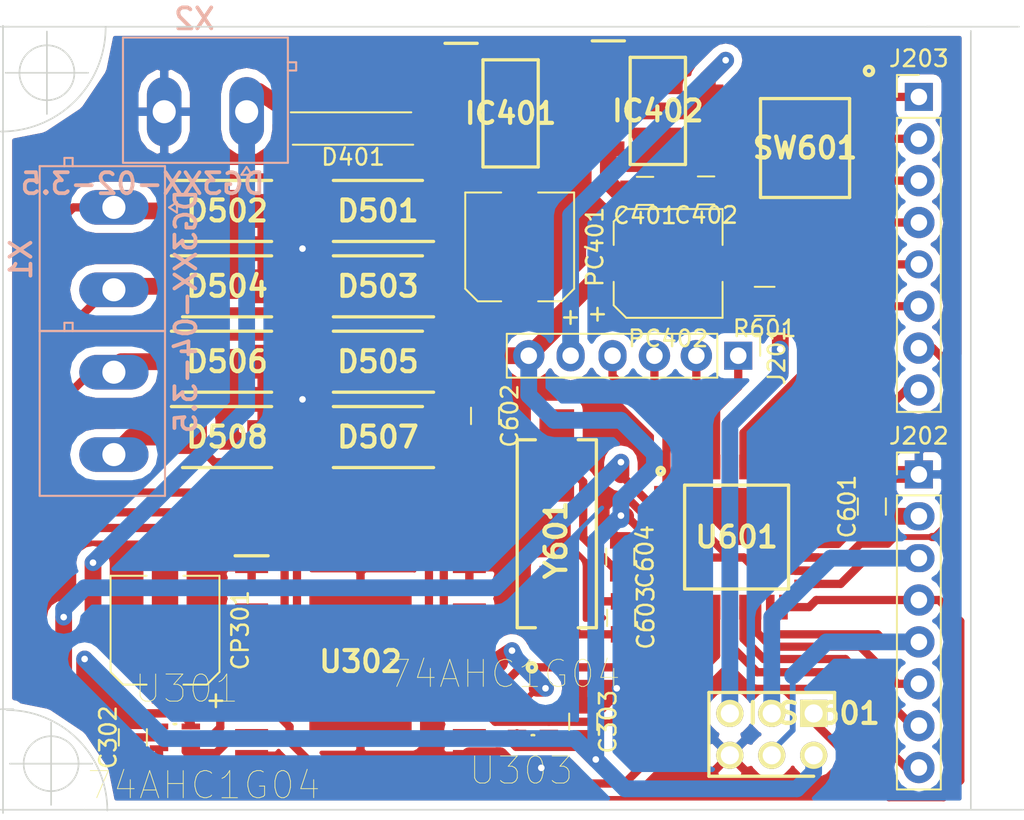
<source format=kicad_pcb>
(kicad_pcb (version 4) (host pcbnew 4.0.7-e2-6376~58~ubuntu16.04.1)
  (layers (0 F.Cu signal) (31 B.Cu signal) (34 B.Paste user) (35 F.Paste user) (36 B.SilkS user) (37 F.SilkS user) (38 B.Mask user) (39 F.Mask user) (44 Edge.Cuts user))
  (net 0 "")
  (net 1 /L298_Driver./PWRIN)
  (net 2 GND)
  (net 3 +5V)
  (net 4 /Headers/+3V3)
  (net 5 /ATMEGA328P/AREF)
  (net 6 /L298_Driver./OUT1)
  (net 7 /L298_Driver./OUT2)
  (net 8 /L298_Driver./OUT3)
  (net 9 328P_ICSP_MISO)
  (net 10 328P_ICSP_SCK)
  (net 11 328P_ICSP_MOSI)
  (net 12 /ATMEGA328P/SS)
  (net 13 /ATMEGA328P/IO9)
  (net 14 /ATMEGA328P/IO8)
  (net 15 /ATMEGA328P/AD7)
  (net 16 /ATMEGA328P/AD6)
  (net 17 /ATMEGA328P/AD5)
  (net 18 /ATMEGA328P/AD4)
  (net 19 /ATMEGA328P/AD3)
  (net 20 /ATMEGA328P/AD2)
  (net 21 /ATMEGA328P/AD1)
  (net 22 /ATMEGA328P/AD0)
  (net 23 /ATMEGA328P/PWMA)
  (net 24 /ATMEGA328P/IO2)
  (net 25 /ATMEGA328P/IO1)
  (net 26 /ATMEGA328P/IO0)
  (net 27 "Net-(U301-Pad4)")
  (net 28 "Net-(U302-Pad3)")
  (net 29 "Net-(U302-Pad15)")
  (net 30 "Net-(U302-Pad18)")
  (net 31 /L298_Driver./OUT4)
  (net 32 "Net-(C603-Pad2)")
  (net 33 "Net-(C604-Pad2)")
  (net 34 "Net-(D401-Pad1)")
  (net 35 "Net-(ICSP601-Pad5)")
  (net 36 /ATMEGA328P/IO3)
  (net 37 /ATMEGA328P/DIRA)
  (net 38 /ATMEGA328P/DIRB)
  (net 39 "Net-(SW601-Pad2)")
  (net 40 /ATMEGA328P/PWMB)
  (module M20-9980346:HDRV6W64P254_2X3_762X508X868P (layer F.Cu) (at 190.432 134.169 180)
    (fp_text reference ICSP601 (at 0 0 180) (layer F.SilkS) (effects (font (size 1.27 1.27) (thickness 0.254))))
    (fp_text value M20-9980346 hide)
    (pad 1 thru_hole rect (at 0 0 270) (size 1.65 1.65) (drill 1.1) (layers *.Cu *.Mask F.SilkS) (net 9 328P_ICSP_MISO))
    (pad 3 thru_hole circle (at 2.54 0 270) (size 1.65 1.65) (drill 1.1) (layers *.Cu *.Mask F.SilkS) (net 10 328P_ICSP_SCK))
    (pad 5 thru_hole circle (at 5.08 0 270) (size 1.65 1.65) (drill 1.1) (layers *.Cu *.Mask F.SilkS) (net 35 "Net-(ICSP601-Pad5)"))
    (pad 2 thru_hole circle (at 0 -2.54 270) (size 1.65 1.65) (drill 1.1) (layers *.Cu *.Mask F.SilkS) (net 3 +5V))
    (pad 4 thru_hole circle (at 2.54 -2.54 270) (size 1.65 1.65) (drill 1.1) (layers *.Cu *.Mask F.SilkS) (net 11 328P_ICSP_MOSI))
    (pad 6 thru_hole circle (at 5.08 -2.54 270) (size 1.65 1.65) (drill 1.1) (layers *.Cu *.Mask F.SilkS) (net 2 GND))
  )
  (module ATMEGA328P-AU:QFP80P900X900X120-32N (layer F.Cu) (at 185.76 123.471)
    (fp_text reference U601 (at 0 0) (layer F.SilkS) (effects (font (size 1.27 1.27) (thickness 0.254))))
    (fp_text value ATMEGA328P-MU20 hide)
    (pad 1 smd rect (at -4.25 -2.84 90) (size 0.52 1.5) (layers F.Cu F.Paste F.Mask) (net 36 /ATMEGA328P/IO3))
    (pad 2 smd rect (at -4.25 -2.04 90) (size 0.52 1.5) (layers F.Cu F.Paste F.Mask) (net 37 /ATMEGA328P/DIRA))
    (pad 3 smd rect (at -4.25 -1.24 90) (size 0.52 1.5) (layers F.Cu F.Paste F.Mask) (net 2 GND))
    (pad 4 smd rect (at -4.25 -0.42 90) (size 0.52 1.5) (layers F.Cu F.Paste F.Mask) (net 3 +5V))
    (pad 5 smd rect (at -4.25 0.42 90) (size 0.52 1.5) (layers F.Cu F.Paste F.Mask) (net 2 GND))
    (pad 6 smd rect (at -4.25 1.24 90) (size 0.52 1.5) (layers F.Cu F.Paste F.Mask) (net 3 +5V))
    (pad 7 smd rect (at -4.25 2.04 90) (size 0.52 1.5) (layers F.Cu F.Paste F.Mask) (net 33 "Net-(C604-Pad2)"))
    (pad 8 smd rect (at -4.25 2.84 90) (size 0.52 1.5) (layers F.Cu F.Paste F.Mask) (net 32 "Net-(C603-Pad2)"))
    (pad 9 smd rect (at -2.84 4.25) (size 0.52 1.5) (layers F.Cu F.Paste F.Mask) (net 40 /ATMEGA328P/PWMB))
    (pad 10 smd rect (at -2.04 4.25) (size 0.52 1.5) (layers F.Cu F.Paste F.Mask) (net 38 /ATMEGA328P/DIRB))
    (pad 11 smd rect (at -1.24 4.25) (size 0.52 1.5) (layers F.Cu F.Paste F.Mask) (net 23 /ATMEGA328P/PWMA))
    (pad 12 smd rect (at -0.42 4.25) (size 0.52 1.5) (layers F.Cu F.Paste F.Mask) (net 14 /ATMEGA328P/IO8))
    (pad 13 smd rect (at 0.42 4.25) (size 0.52 1.5) (layers F.Cu F.Paste F.Mask) (net 13 /ATMEGA328P/IO9))
    (pad 14 smd rect (at 1.24 4.25) (size 0.52 1.5) (layers F.Cu F.Paste F.Mask) (net 12 /ATMEGA328P/SS))
    (pad 15 smd rect (at 2.04 4.25) (size 0.52 1.5) (layers F.Cu F.Paste F.Mask) (net 11 328P_ICSP_MOSI))
    (pad 16 smd rect (at 2.84 4.25) (size 0.52 1.5) (layers F.Cu F.Paste F.Mask) (net 9 328P_ICSP_MISO))
    (pad 17 smd rect (at 4.25 2.84 90) (size 0.52 1.5) (layers F.Cu F.Paste F.Mask) (net 10 328P_ICSP_SCK))
    (pad 18 smd rect (at 4.25 2.04 90) (size 0.52 1.5) (layers F.Cu F.Paste F.Mask) (net 3 +5V))
    (pad 19 smd rect (at 4.25 1.24 90) (size 0.52 1.5) (layers F.Cu F.Paste F.Mask) (net 16 /ATMEGA328P/AD6))
    (pad 20 smd rect (at 4.25 0.42 90) (size 0.52 1.5) (layers F.Cu F.Paste F.Mask) (net 5 /ATMEGA328P/AREF))
    (pad 21 smd rect (at 4.25 -0.42 90) (size 0.52 1.5) (layers F.Cu F.Paste F.Mask) (net 2 GND))
    (pad 22 smd rect (at 4.25 -1.24 90) (size 0.52 1.5) (layers F.Cu F.Paste F.Mask) (net 15 /ATMEGA328P/AD7))
    (pad 23 smd rect (at 4.25 -2.04 90) (size 0.52 1.5) (layers F.Cu F.Paste F.Mask) (net 22 /ATMEGA328P/AD0))
    (pad 24 smd rect (at 4.25 -2.84 90) (size 0.52 1.5) (layers F.Cu F.Paste F.Mask) (net 21 /ATMEGA328P/AD1))
    (pad 25 smd rect (at 2.84 -4.25) (size 0.52 1.5) (layers F.Cu F.Paste F.Mask) (net 20 /ATMEGA328P/AD2))
    (pad 26 smd rect (at 2.04 -4.25) (size 0.52 1.5) (layers F.Cu F.Paste F.Mask) (net 19 /ATMEGA328P/AD3))
    (pad 27 smd rect (at 1.24 -4.25) (size 0.52 1.5) (layers F.Cu F.Paste F.Mask) (net 18 /ATMEGA328P/AD4))
    (pad 28 smd rect (at 0.42 -4.25) (size 0.52 1.5) (layers F.Cu F.Paste F.Mask) (net 17 /ATMEGA328P/AD5))
    (pad 29 smd rect (at -0.42 -4.25) (size 0.52 1.5) (layers F.Cu F.Paste F.Mask) (net 35 "Net-(ICSP601-Pad5)"))
    (pad 30 smd rect (at -1.24 -4.25) (size 0.52 1.5) (layers F.Cu F.Paste F.Mask) (net 26 /ATMEGA328P/IO0))
    (pad 31 smd rect (at -2.04 -4.25) (size 0.52 1.5) (layers F.Cu F.Paste F.Mask) (net 25 /ATMEGA328P/IO1))
    (pad 32 smd rect (at -2.84 -4.25) (size 0.52 1.5) (layers F.Cu F.Paste F.Mask) (net 24 /ATMEGA328P/IO2))
  )
  (module Diodes_SMD:D_MiniMELF_Handsoldering (layer F.Cu) (at 162.51 98.671 180)
    (fp_text reference D401 (at 0 -1.75 180) (layer F.SilkS))
    (fp_text value D)
    (pad 1 smd rect (at -2.32664 -0.01524 180) (size 3.3 1.7) (layers F.Cu F.Paste F.Mask) (net 34 "Net-(D401-Pad1)"))
    (pad 2 smd rect (at 2.3622 -0.03048 180) (size 3.3 1.7) (layers F.Cu F.Paste F.Mask) (net 1 /L298_Driver./PWRIN))
  )
  (module Socket_Strips:Socket_Strip_Straight_1x08_Pitch2.54mm (layer F.Cu) (at 196.81 119.671)
    (fp_text reference J202 (at 0 -2.33) (layer F.SilkS))
    (fp_text value digital/gnd/aref)
    (pad 1 thru_hole rect (at 0 0) (size 1.7 1.7) (drill 1) (layers *.Cu *.Mask) (net 2 GND))
    (pad 2 thru_hole oval (at 0 2.54) (size 1.9 1.7) (drill 1) (layers *.Cu *.Mask) (net 5 /ATMEGA328P/AREF))
    (pad 3 thru_hole oval (at 0 5.08) (size 1.9 1.7) (drill 1) (layers *.Cu *.Mask) (net 10 328P_ICSP_SCK))
    (pad 4 thru_hole oval (at 0 7.62) (size 1.9 1.9) (drill 1) (layers *.Cu *.Mask) (net 9 328P_ICSP_MISO))
    (pad 5 thru_hole oval (at 0 10.16) (size 1.9 1.9) (drill 1) (layers *.Cu *.Mask) (net 11 328P_ICSP_MOSI))
    (pad 6 thru_hole oval (at 0 12.7) (size 1.9 1.9) (drill 1) (layers *.Cu *.Mask) (net 12 /ATMEGA328P/SS))
    (pad 7 thru_hole oval (at 0 15.24) (size 1.9 1.9) (drill 1) (layers *.Cu *.Mask) (net 13 /ATMEGA328P/IO9))
    (pad 8 thru_hole oval (at 0 17.78) (size 1.9 1.9) (drill 1) (layers *.Cu *.Mask) (net 14 /ATMEGA328P/IO8))
  )
  (module L298P:SOIC127P1420X360-21N (layer F.Cu) (at 162.96 131.021)
    (fp_text reference U302 (at 0 0) (layer F.SilkS) (effects (font (size 1.27 1.27) (thickness 0.254))))
    (fp_text value L298D hide)
    (pad 1 smd rect (at -6.6 -5.715 90) (size 0.7 2) (layers F.Cu F.Paste F.Mask) (net 2 GND))
    (pad 2 smd rect (at -6.6 -4.445 90) (size 0.7 2) (layers F.Cu F.Paste F.Mask) (net 2 GND))
    (pad 3 smd rect (at -6.6 -3.175 90) (size 0.7 2) (layers F.Cu F.Paste F.Mask) (net 28 "Net-(U302-Pad3)"))
    (pad 4 smd rect (at -6.6 -1.905 90) (size 0.7 2) (layers F.Cu F.Paste F.Mask) (net 6 /L298_Driver./OUT1))
    (pad 5 smd rect (at -6.6 -0.635 90) (size 0.7 2) (layers F.Cu F.Paste F.Mask) (net 7 /L298_Driver./OUT2))
    (pad 6 smd rect (at -6.6 0.635 90) (size 0.7 2) (layers F.Cu F.Paste F.Mask) (net 1 /L298_Driver./PWRIN))
    (pad 7 smd rect (at -6.6 1.905 90) (size 0.7 2) (layers F.Cu F.Paste F.Mask) (net 37 /ATMEGA328P/DIRA))
    (pad 8 smd rect (at -6.6 3.175 90) (size 0.7 2) (layers F.Cu F.Paste F.Mask) (net 23 /ATMEGA328P/PWMA))
    (pad 9 smd rect (at -6.6 4.445 90) (size 0.7 2) (layers F.Cu F.Paste F.Mask) (net 27 "Net-(U301-Pad4)"))
    (pad 10 smd rect (at -6.6 5.715 90) (size 0.7 2) (layers F.Cu F.Paste F.Mask) (net 2 GND))
    (pad 11 smd rect (at 6.6 5.715 90) (size 0.7 2) (layers F.Cu F.Paste F.Mask) (net 2 GND))
    (pad 12 smd rect (at 6.6 4.445 90) (size 0.7 2) (layers F.Cu F.Paste F.Mask) (net 3 +5V))
    (pad 13 smd rect (at 6.6 3.175 90) (size 0.7 2) (layers F.Cu F.Paste F.Mask) (net 38 /ATMEGA328P/DIRB))
    (pad 14 smd rect (at 6.6 1.905 90) (size 0.7 2) (layers F.Cu F.Paste F.Mask) (net 40 /ATMEGA328P/PWMB))
    (pad 15 smd rect (at 6.6 0.635 90) (size 0.7 2) (layers F.Cu F.Paste F.Mask) (net 29 "Net-(U302-Pad15)"))
    (pad 16 smd rect (at 6.6 -0.635 90) (size 0.7 2) (layers F.Cu F.Paste F.Mask) (net 8 /L298_Driver./OUT3))
    (pad 17 smd rect (at 6.6 -1.905 90) (size 0.7 2) (layers F.Cu F.Paste F.Mask) (net 31 /L298_Driver./OUT4))
    (pad 18 smd rect (at 6.6 -3.175 90) (size 0.7 2) (layers F.Cu F.Paste F.Mask) (net 30 "Net-(U302-Pad18)"))
    (pad 19 smd rect (at 6.6 -4.445 90) (size 0.7 2) (layers F.Cu F.Paste F.Mask) (net 2 GND))
    (pad 20 smd rect (at 6.6 -5.715 90) (size 0.7 2) (layers F.Cu F.Paste F.Mask) (net 2 GND))
    (pad 21 smd rect (at 0 0) (size 6.2 9.8) (layers F.Cu F.Paste F.Mask) (net 2 GND))
  )
  (module Capacitors_SMD:C_0805 (layer F.Cu) (at 176.462 134.677 270)
    (fp_text reference C303 (at 0 -1.5 270) (layer F.SilkS))
    (fp_text value 0.1uF)
    (pad 1 smd rect (at -1 0 270) (size 1 1.25) (layers F.Cu F.Paste F.Mask) (net 2 GND))
    (pad 2 smd rect (at 1 0 270) (size 1 1.25) (layers F.Cu F.Paste F.Mask) (net 3 +5V))
  )
  (module Capacitors_SMD:C_0805 (layer F.Cu) (at 180.21 102.471 180)
    (fp_text reference C401 (at 0 -1.5 180) (layer F.SilkS))
    (fp_text value 100n)
    (pad 1 smd rect (at -1 0 180) (size 1 1.25) (layers F.Cu F.Paste F.Mask) (net 2 GND))
    (pad 2 smd rect (at 1 0 180) (size 1 1.25) (layers F.Cu F.Paste F.Mask) (net 3 +5V))
  )
  (module Capacitors_SMD:C_0805 (layer F.Cu) (at 183.91 102.446 180)
    (fp_text reference C402 (at 0 -1.5 180) (layer F.SilkS))
    (fp_text value 1u)
    (pad 1 smd rect (at -1 0 180) (size 1 1.25) (layers F.Cu F.Paste F.Mask) (net 4 /Headers/+3V3))
    (pad 2 smd rect (at 1 0 180) (size 1 1.25) (layers F.Cu F.Paste F.Mask) (net 2 GND))
  )
  (module Capacitors_SMD:C_0805 (layer F.Cu) (at 193.96 121.621 90)
    (fp_text reference C601 (at 0 -1.5 90) (layer F.SilkS))
    (fp_text value "100 nF")
    (pad 1 smd rect (at -1 0 90) (size 1 1.25) (layers F.Cu F.Paste F.Mask) (net 5 /ATMEGA328P/AREF))
    (pad 2 smd rect (at 1 0 90) (size 1 1.25) (layers F.Cu F.Paste F.Mask) (net 2 GND))
  )
  (module Capacitors_SMD:C_0805 (layer F.Cu) (at 170.51 116.121 270)
    (fp_text reference C602 (at 0 -1.5 270) (layer F.SilkS))
    (fp_text value "0.1 uF")
    (pad 1 smd rect (at -1 0 270) (size 1 1.25) (layers F.Cu F.Paste F.Mask) (net 3 +5V))
    (pad 2 smd rect (at 1 0 270) (size 1 1.25) (layers F.Cu F.Paste F.Mask) (net 2 GND))
  )
  (module Resistors_SMD:R_0805 (layer F.Cu) (at 187.46 109.171 180)
    (fp_text reference R601 (at 0 -1.65 180) (layer F.SilkS))
    (fp_text value 10K)
    (pad 1 smd rect (at -0.95 0 180) (size 0.7 1.3) (layers F.Cu F.Paste F.Mask) (net 35 "Net-(ICSP601-Pad5)"))
    (pad 2 smd rect (at 0.95 0 180) (size 0.7 1.3) (layers F.Cu F.Paste F.Mask) (net 3 +5V))
  )
  (module 4-1437565-1:FSM-SWITCH (layer F.Cu) (at 189.91 99.871)
    (fp_text reference SW601 (at 0 0) (layer F.SilkS) (effects (font (size 1.27 1.27) (thickness 0.254))))
    (fp_text value RESET_SWITCH hide)
    (pad 1 smd rect (at 2.55 -4.55) (size 1.4 2.1) (layers F.Cu F.Paste F.Mask) (net 2 GND))
    (pad 2 smd rect (at 2.55 4.55) (size 1.4 2.1) (layers F.Cu F.Paste F.Mask) (net 39 "Net-(SW601-Pad2)"))
    (pad 3 smd rect (at -2.25 -4.55) (size 1.4 2.1) (layers F.Cu F.Paste F.Mask) (net 35 "Net-(ICSP601-Pad5)"))
    (pad 4 smd rect (at -2.25 4.55) (size 1.4 2.1) (layers F.Cu F.Paste F.Mask) (net 35 "Net-(ICSP601-Pad5)"))
  )
  (module 74AHC1G04SE-7:SOT65P210X110-5N (layer F.Cu) (at 151.71 135.621)
    (fp_text reference U301 (at 0.713444 -2.95572) (layer F.SilkS) (effects (font (size 1.64519 1.64519) (thickness 0.05))))
    (fp_text value 74AHC1G04 (at 1.75698 2.90285) (layer F.SilkS) (effects (font (size 1.6441 1.6441) (thickness 0.05))))
    (pad 1 smd rect (at -0.9652 -0.6604) (size 1.1176 0.3556) (layers F.Cu F.Paste F.Mask))
    (pad 2 smd rect (at -0.9652 0) (size 1.1176 0.3556) (layers F.Cu F.Paste F.Mask) (net 37 /ATMEGA328P/DIRA))
    (pad 3 smd rect (at -0.9652 0.6604) (size 1.1176 0.3556) (layers F.Cu F.Paste F.Mask) (net 2 GND))
    (pad 4 smd rect (at 0.9652 0.6604) (size 1.1176 0.3556) (layers F.Cu F.Paste F.Mask) (net 27 "Net-(U301-Pad4)"))
    (pad 5 smd rect (at 0.9652 -0.6604) (size 1.1176 0.3556) (layers F.Cu F.Paste F.Mask) (net 3 +5V))
  )
  (module 74AHC1G04SE-7:SOT65P210X110-5N (layer F.Cu) (at 173.414 134.677 180)
    (fp_text reference U303 (at 0.713444 -2.95572 180) (layer F.SilkS) (effects (font (size 1.64519 1.64519) (thickness 0.05))))
    (fp_text value 74AHC1G04 (at 1.75698 2.90285 180) (layer F.SilkS) (effects (font (size 1.6441 1.6441) (thickness 0.05))))
    (pad 1 smd rect (at -0.9652 -0.6604 180) (size 1.1176 0.3556) (layers F.Cu F.Paste F.Mask))
    (pad 2 smd rect (at -0.9652 0 180) (size 1.1176 0.3556) (layers F.Cu F.Paste F.Mask) (net 38 /ATMEGA328P/DIRB))
    (pad 3 smd rect (at -0.9652 0.6604 180) (size 1.1176 0.3556) (layers F.Cu F.Paste F.Mask) (net 2 GND))
    (pad 4 smd rect (at 0.9652 0.6604 180) (size 1.1176 0.3556) (layers F.Cu F.Paste F.Mask) (net 29 "Net-(U302-Pad15)"))
    (pad 5 smd rect (at 0.9652 -0.6604 180) (size 1.1176 0.3556) (layers F.Cu F.Paste F.Mask) (net 3 +5V))
  )
  (module Capacitors_SMD:C_0805 (layer F.Cu) (at 178.76 128.371 270)
    (fp_text reference C603 (at 0 -1.5 270) (layer F.SilkS))
    (fp_text value 22p)
    (pad 1 smd rect (at -1 0 270) (size 1 1.25) (layers F.Cu F.Paste F.Mask) (net 2 GND))
    (pad 2 smd rect (at 1 0 270) (size 1 1.25) (layers F.Cu F.Paste F.Mask) (net 32 "Net-(C603-Pad2)"))
  )
  (module Capacitors_SMD:C_0805 (layer F.Cu) (at 178.71 124.671 270)
    (fp_text reference C604 (at 0 -1.5 270) (layer F.SilkS))
    (fp_text value 22p)
    (pad 1 smd rect (at -1 0 270) (size 1 1.25) (layers F.Cu F.Paste F.Mask) (net 2 GND))
    (pad 2 smd rect (at 1 0 270) (size 1 1.25) (layers F.Cu F.Paste F.Mask) (net 33 "Net-(C604-Pad2)"))
  )
  (module "MCRSD16000F183000RR:HC%2f49US-(AT49)_1" (layer F.Cu) (at 174.86 123.271 90)
    (fp_text reference Y601 (at -0.37183 -0.05026 90) (layer F.SilkS) (effects (font (size 1.27 1.27) (thickness 0.254))))
    (fp_text value Crystal hide)
    (pad 1 smd rect (at -4.75 0 180) (size 2.1 5.6) (layers F.Cu F.Paste F.Mask) (net 32 "Net-(C603-Pad2)"))
    (pad 2 smd rect (at 4.75 0 180) (size 2.1 5.6) (layers F.Cu F.Paste F.Mask) (net 33 "Net-(C604-Pad2)"))
  )
  (module Socket_Strips:Socket_Strip_Straight_1x06_Pitch2.54mm (layer F.Cu) (at 185.86 112.471 270)
    (fp_text reference J201 (at 0 -2.33 270) (layer F.SilkS))
    (fp_text value digitaal/voltages)
    (pad 1 thru_hole rect (at 0 0 270) (size 1.7 1.7) (drill 1) (layers *.Cu *.Mask) (net 26 /ATMEGA328P/IO0))
    (pad 2 thru_hole oval (at 0 2.54 270) (size 1.9 1.9) (drill 1) (layers *.Cu *.Mask) (net 25 /ATMEGA328P/IO1))
    (pad 3 thru_hole oval (at 0 5.08 270) (size 1.9 1.9) (drill 1) (layers *.Cu *.Mask) (net 24 /ATMEGA328P/IO2))
    (pad 4 thru_hole oval (at 0 7.62 270) (size 1.9 1.7) (drill 1) (layers *.Cu *.Mask) (net 36 /ATMEGA328P/IO3))
    (pad 5 thru_hole oval (at 0 10.16 270) (size 1.9 1.7) (drill 1) (layers *.Cu *.Mask) (net 4 /Headers/+3V3))
    (pad 6 thru_hole oval (at 0 12.7 270) (size 1.9 1.9) (drill 1) (layers *.Cu *.Mask) (net 3 +5V))
  )
  (module Socket_Strips:Socket_Strip_Straight_1x08_Pitch2.54mm (layer F.Cu) (at 196.81 96.771)
    (fp_text reference J203 (at 0 -2.33) (layer F.SilkS))
    (fp_text value analog)
    (pad 1 thru_hole rect (at 0 0) (size 1.7 1.7) (drill 1) (layers *.Cu *.Mask) (net 17 /ATMEGA328P/AD5))
    (pad 2 thru_hole oval (at 0 2.54) (size 1.9 1.9) (drill 1) (layers *.Cu *.Mask) (net 18 /ATMEGA328P/AD4))
    (pad 3 thru_hole oval (at 0 5.08) (size 1.9 1.9) (drill 1) (layers *.Cu *.Mask) (net 19 /ATMEGA328P/AD3))
    (pad 4 thru_hole oval (at 0 7.62) (size 1.9 1.9) (drill 1) (layers *.Cu *.Mask) (net 20 /ATMEGA328P/AD2))
    (pad 5 thru_hole oval (at 0 10.16) (size 1.7 1.7) (drill 1) (layers *.Cu *.Mask) (net 21 /ATMEGA328P/AD1))
    (pad 6 thru_hole oval (at 0 12.7) (size 1.9 1.9) (drill 1) (layers *.Cu *.Mask) (net 22 /ATMEGA328P/AD0))
    (pad 7 thru_hole oval (at 0 15.24) (size 1.9 1.9) (drill 1) (layers *.Cu *.Mask) (net 16 /ATMEGA328P/AD6))
    (pad 8 thru_hole oval (at 0 17.78) (size 1.9 1.9) (drill 1) (layers *.Cu *.Mask) (net 15 /ATMEGA328P/AD7))
  )
  (module PHT6NQ10T_135:SOT230P700X180-4N (layer F.Cu) (at 172.06 97.771)
    (fp_text reference IC401 (at 0 0) (layer F.SilkS) (effects (font (size 1.27 1.27) (thickness 0.254))))
    (fp_text value MC33269ST-5.OT3 hide)
    (pad 1 smd rect (at -3 -2.3 90) (size 0.9 1.95) (layers F.Cu F.Paste F.Mask) (net 2 GND))
    (pad 2 smd rect (at -3 0 90) (size 0.9 1.95) (layers F.Cu F.Paste F.Mask) (net 3 +5V))
    (pad 3 smd rect (at -3 2.3 90) (size 0.9 1.95) (layers F.Cu F.Paste F.Mask) (net 34 "Net-(D401-Pad1)"))
    (pad 4 smd rect (at 3 0) (size 1.95 3.2) (layers F.Cu F.Paste F.Mask) (net 3 +5V))
  )
  (module PHT6NQ10T_135:SOT230P700X180-4N (layer F.Cu) (at 180.985 97.621)
    (fp_text reference IC402 (at 0 0) (layer F.SilkS) (effects (font (size 1.27 1.27) (thickness 0.254))))
    (fp_text value MC33269ST-5.OT3 hide)
    (pad 1 smd rect (at -3 -2.3 90) (size 0.9 1.95) (layers F.Cu F.Paste F.Mask) (net 2 GND))
    (pad 2 smd rect (at -3 0 90) (size 0.9 1.95) (layers F.Cu F.Paste F.Mask) (net 4 /Headers/+3V3))
    (pad 3 smd rect (at -3 2.3 90) (size 0.9 1.95) (layers F.Cu F.Paste F.Mask) (net 3 +5V))
    (pad 4 smd rect (at 3 0) (size 1.95 3.2) (layers F.Cu F.Paste F.Mask) (net 4 /Headers/+3V3))
  )
  (module SK25AHM2G:DIOM5437X240N (layer F.Cu) (at 164.016 103.689 180)
    (fp_text reference D501 (at 0 0 180) (layer F.SilkS) (effects (font (size 1.27 1.27) (thickness 0.254))))
    (fp_text value D hide)
    (pad 1 smd rect (at -2.35 0 270) (size 2.05 2.25) (layers F.Cu F.Paste F.Mask) (net 1 /L298_Driver./PWRIN))
    (pad 2 smd rect (at 2.35 0 270) (size 2.05 2.25) (layers F.Cu F.Paste F.Mask) (net 6 /L298_Driver./OUT1))
  )
  (module SK25AHM2G:DIOM5437X240N (layer F.Cu) (at 154.872 103.689)
    (fp_text reference D502 (at 0 0) (layer F.SilkS) (effects (font (size 1.27 1.27) (thickness 0.254))))
    (fp_text value D hide)
    (pad 1 smd rect (at -2.35 0 90) (size 2.05 2.25) (layers F.Cu F.Paste F.Mask) (net 6 /L298_Driver./OUT1))
    (pad 2 smd rect (at 2.35 0 90) (size 2.05 2.25) (layers F.Cu F.Paste F.Mask) (net 2 GND))
  )
  (module SK25AHM2G:DIOM5437X240N (layer F.Cu) (at 164.016 108.261 180)
    (fp_text reference D503 (at 0 0 180) (layer F.SilkS) (effects (font (size 1.27 1.27) (thickness 0.254))))
    (fp_text value D hide)
    (pad 1 smd rect (at -2.35 0 270) (size 2.05 2.25) (layers F.Cu F.Paste F.Mask) (net 1 /L298_Driver./PWRIN))
    (pad 2 smd rect (at 2.35 0 270) (size 2.05 2.25) (layers F.Cu F.Paste F.Mask) (net 7 /L298_Driver./OUT2))
  )
  (module SK25AHM2G:DIOM5437X240N (layer F.Cu) (at 154.872 108.261)
    (fp_text reference D504 (at 0 0) (layer F.SilkS) (effects (font (size 1.27 1.27) (thickness 0.254))))
    (fp_text value D hide)
    (pad 1 smd rect (at -2.35 0 90) (size 2.05 2.25) (layers F.Cu F.Paste F.Mask) (net 7 /L298_Driver./OUT2))
    (pad 2 smd rect (at 2.35 0 90) (size 2.05 2.25) (layers F.Cu F.Paste F.Mask) (net 2 GND))
  )
  (module SK25AHM2G:DIOM5437X240N (layer F.Cu) (at 164.016 112.833 180)
    (fp_text reference D505 (at 0 0 180) (layer F.SilkS) (effects (font (size 1.27 1.27) (thickness 0.254))))
    (fp_text value D hide)
    (pad 1 smd rect (at -2.35 0 270) (size 2.05 2.25) (layers F.Cu F.Paste F.Mask) (net 1 /L298_Driver./PWRIN))
    (pad 2 smd rect (at 2.35 0 270) (size 2.05 2.25) (layers F.Cu F.Paste F.Mask) (net 8 /L298_Driver./OUT3))
  )
  (module SK25AHM2G:DIOM5437X240N (layer F.Cu) (at 154.872 112.833)
    (fp_text reference D506 (at 0 0) (layer F.SilkS) (effects (font (size 1.27 1.27) (thickness 0.254))))
    (fp_text value D hide)
    (pad 1 smd rect (at -2.35 0 90) (size 2.05 2.25) (layers F.Cu F.Paste F.Mask) (net 8 /L298_Driver./OUT3))
    (pad 2 smd rect (at 2.35 0 90) (size 2.05 2.25) (layers F.Cu F.Paste F.Mask) (net 2 GND))
  )
  (module SK25AHM2G:DIOM5437X240N (layer F.Cu) (at 164.016 117.405 180)
    (fp_text reference D507 (at 0 0 180) (layer F.SilkS) (effects (font (size 1.27 1.27) (thickness 0.254))))
    (fp_text value D hide)
    (pad 1 smd rect (at -2.35 0 270) (size 2.05 2.25) (layers F.Cu F.Paste F.Mask) (net 1 /L298_Driver./PWRIN))
    (pad 2 smd rect (at 2.35 0 270) (size 2.05 2.25) (layers F.Cu F.Paste F.Mask) (net 31 /L298_Driver./OUT4))
  )
  (module SK25AHM2G:DIOM5437X240N (layer F.Cu) (at 154.872 117.405)
    (fp_text reference D508 (at 0 0) (layer F.SilkS) (effects (font (size 1.27 1.27) (thickness 0.254))))
    (fp_text value D hide)
    (pad 1 smd rect (at -2.35 0 90) (size 2.05 2.25) (layers F.Cu F.Paste F.Mask) (net 31 /L298_Driver./OUT4))
    (pad 2 smd rect (at 2.35 0 90) (size 2.05 2.25) (layers F.Cu F.Paste F.Mask) (net 2 GND))
  )
  (module Capacitors_SMD:C_0805 (layer F.Cu) (at 149.16 135.621 90)
    (fp_text reference C302 (at 0 -1.5 90) (layer F.SilkS))
    (fp_text value 0.1uF)
    (pad 1 smd rect (at -1 0 90) (size 1 1.25) (layers F.Cu F.Paste F.Mask) (net 2 GND))
    (pad 2 smd rect (at 1 0 90) (size 1 1.25) (layers F.Cu F.Paste F.Mask) (net 3 +5V))
  )
  (module Capacitors_SMD:CP_Elec_6.3x5.3 (layer F.Cu) (at 151.11 129.121 90)
    (fp_text reference CP301 (at 0 4.56 90) (layer F.SilkS))
    (fp_text value 100uF.25V)
    (fp_text user + (at -4.28 3.01 90) (layer F.SilkS))
    (pad 1 smd rect (at -2.7 0 270) (size 3.5 1.6) (layers F.Cu F.Paste F.Mask) (net 1 /L298_Driver./PWRIN))
    (pad 2 smd rect (at 2.7 0 270) (size 3.5 1.6) (layers F.Cu F.Paste F.Mask) (net 2 GND))
  )
  (module Capacitors_SMD:CP_Elec_6.3x5.3 (layer F.Cu) (at 172.61 105.871 90)
    (fp_text reference PC401 (at 0 4.56 90) (layer F.SilkS))
    (fp_text value 47u)
    (fp_text user + (at -4.28 3.01 90) (layer F.SilkS))
    (pad 1 smd rect (at -2.7 0 270) (size 3.5 1.6) (layers F.Cu F.Paste F.Mask) (net 34 "Net-(D401-Pad1)"))
    (pad 2 smd rect (at 2.7 0 270) (size 3.5 1.6) (layers F.Cu F.Paste F.Mask) (net 2 GND))
  )
  (module Capacitors_SMD:CP_Elec_6.3x5.3 (layer F.Cu) (at 181.61 106.871)
    (fp_text reference PC402 (at 0 4.56) (layer F.SilkS))
    (fp_text value 47u)
    (fp_text user + (at -4.28 3.01) (layer F.SilkS))
    (pad 1 smd rect (at -2.7 0 180) (size 3.5 1.6) (layers F.Cu F.Paste F.Mask) (net 3 +5V))
    (pad 2 smd rect (at 2.7 0 180) (size 3.5 1.6) (layers F.Cu F.Paste F.Mask) (net 2 GND))
  )
  (module degson:degson-DG306-5.0-02P (layer B.Cu) (at 153.56 97.671 180)
    (fp_text reference X2 (at 0.6731 5.63372 180) (layer B.SilkS) (effects (font (size 1.27 1.27) (thickness 0.2286)) (justify mirror)))
    (fp_text value DG3XX-02-3.5 (at 3.81 -4.36372 180) (layer B.SilkS) (effects (font (size 1.27 1.27) (thickness 0.2286)) (justify mirror)))
    (pad 1 thru_hole oval (at -2.49936 0) (size 2.09804 4.19862) (drill 1.39954) (layers *.Cu *.Paste *.Mask) (net 1 /L298_Driver./PWRIN))
    (pad 2 thru_hole oval (at 2.49936 0) (size 2.09804 4.19862) (drill 1.39954) (layers *.Cu *.Paste *.Mask) (net 2 GND))
  )
  (module degson:degson-DG306-5.0-04P (layer B.Cu) (at 148.01 110.971 270)
    (fp_text reference X1 (at -4.32308 5.63372 270) (layer B.SilkS) (effects (font (size 1.27 1.27) (thickness 0.2286)) (justify mirror)))
    (fp_text value DG3XX-04-3.5 (at -1.18872 -4.36372 270) (layer B.SilkS) (effects (font (size 1.27 1.27) (thickness 0.2286)) (justify mirror)))
    (pad 1 thru_hole oval (at -7.49808 0 90) (size 2.09804 4.19862) (drill 1.39954) (layers *.Cu *.Paste *.Mask) (net 6 /L298_Driver./OUT1))
    (pad 2 thru_hole oval (at -2.49936 0 90) (size 2.09804 4.19862) (drill 1.39954) (layers *.Cu *.Paste *.Mask) (net 7 /L298_Driver./OUT2))
    (pad 3 thru_hole oval (at 2.49936 0 90) (size 2.09804 4.19862) (drill 1.39954) (layers *.Cu *.Paste *.Mask) (net 8 /L298_Driver./OUT3))
    (pad 4 thru_hole oval (at 7.49808 0 90) (size 2.09804 4.19862) (drill 1.39954) (layers *.Cu *.Paste *.Mask) (net 31 /L298_Driver./OUT4))
  )
  (gr_line (start 141.918 133.915) (end 141.156 133.915) (angle 90) (layer Edge.Cuts) (width 0.1))
  (gr_arc (start 141.518 140.061) (end 141.518 133.965) (angle 90) (layer Edge.Cuts) (width 0.1))
  (target plus (at 144.204 137.217) (size 5) (width 0.1) (layer Edge.Cuts))
  (gr_line (start 202.878 92.513) (end 197.29 92.513) (angle 90) (layer Edge.Cuts) (width 0.1))
  (gr_line (start 146.236 140.011) (end 141.156 140.011) (angle 90) (layer Edge.Cuts) (width 0.1))
  (gr_line (start 199.96 139.921) (end 199.96 92.771) (angle 90) (layer Edge.Cuts) (width 0.1))
  (gr_arc (start 141.185 92.546) (end 147.51 92.571) (angle 90) (layer Edge.Cuts) (width 0.1))
  (target plus (at 143.95 95.307) (size 5) (width 0.1) (layer Edge.Cuts))
  (gr_line (start 203.132 140.011) (end 146.236 140.011) (angle 90) (layer Edge.Cuts) (width 0.1))
  (gr_line (start 141.664 92.513) (end 141.156 92.513) (angle 90) (layer Edge.Cuts) (width 0.1))
  (gr_line (start 141.41 92.513) (end 197.544 92.513) (angle 90) (layer Edge.Cuts) (width 0.1))
  (gr_line (start 141.288 92.456) (end 141.288 140.208) (angle 90) (layer Edge.Cuts) (width 0.1))
  (segment (start 151.11 131.821) (end 149.984 131.821) (width 1.016) (layer F.Cu) (net 1))
  (segment (start 156.05936 115.70964) (end 156.05936 97.671) (width 1.016) (layer B.Cu) (net 1))
  (segment (start 146.744 125.025) (end 156.05936 115.70964) (width 1.016) (layer B.Cu) (net 1))
  (via (at 146.744 125.025) (size 0.6) (drill 0.4) (layers F.Cu B.Cu) (net 1))
  (segment (start 146.744 128.581) (end 146.744 125.025) (width 1.016) (layer F.Cu) (net 1))
  (segment (start 149.984 131.821) (end 146.744 128.581) (width 1.016) (layer F.Cu) (net 1))
  (segment (start 156.36 131.656) (end 151.275 131.656) (width 1.016) (layer F.Cu) (net 1))
  (segment (start 151.275 131.656) (end 151.11 131.821) (width 1.016) (layer F.Cu) (net 1))
  (segment (start 151.6126 133.2738) (end 151.6126 133.0066) (width 0.25) (layer F.Cu) (net 1))
  (segment (start 160.1478 98.70148) (end 156.788 96.44052) (width 1.016) (layer F.Cu) (net 1))
  (segment (start 156.788 96.44052) (end 155.75752 97.471) (width 1.016) (layer F.Cu) (net 1))
  (segment (start 166.366 103.689) (end 166.366 103.427) (width 1.016) (layer F.Cu) (net 1))
  (segment (start 166.366 103.427) (end 163.51 100.571) (width 1.016) (layer F.Cu) (net 1))
  (segment (start 162.01732 100.571) (end 160.1478 98.70148) (width 1.016) (layer F.Cu) (net 1))
  (segment (start 163.51 100.571) (end 162.01732 100.571) (width 1.016) (layer F.Cu) (net 1))
  (segment (start 166.366 108.261) (end 166.366 103.689) (width 1.016) (layer F.Cu) (net 1))
  (segment (start 166.366 112.833) (end 166.366 108.261) (width 1.016) (layer F.Cu) (net 1))
  (segment (start 166.366 117.405) (end 166.366 112.833) (width 1.016) (layer F.Cu) (net 1))
  (segment (start 156.468 131.572) (end 157.226 131.572) (width 0.25) (layer F.Cu) (net 1))
  (segment (start 156.341 131.445) (end 156.468 131.572) (width 0.25) (layer F.Cu) (net 1))
  (segment (start 172.61 103.171) (end 172.61 100.345) (width 0.5) (layer F.Cu) (net 2))
  (segment (start 167.916 95.471) (end 169.06 95.471) (width 0.5) (layer F.Cu) (net 2))
  (segment (start 167.318 96.069) (end 167.916 95.471) (width 0.5) (layer F.Cu) (net 2))
  (segment (start 167.318 98.609) (end 167.318 96.069) (width 0.5) (layer F.Cu) (net 2))
  (segment (start 167.572 98.863) (end 167.318 98.609) (width 0.5) (layer F.Cu) (net 2))
  (segment (start 171.128 98.863) (end 167.572 98.863) (width 0.5) (layer F.Cu) (net 2))
  (segment (start 172.61 100.345) (end 171.128 98.863) (width 0.5) (layer F.Cu) (net 2))
  (segment (start 176.462 133.677) (end 177.462 133.677) (width 0.5) (layer F.Cu) (net 2))
  (via (at 178.494 132.645) (size 0.6) (drill 0.4) (layers F.Cu B.Cu) (net 2))
  (segment (start 177.462 133.677) (end 178.494 132.645) (width 1.016) (layer F.Cu) (net 2))
  (segment (start 169.56 136.736) (end 171.409 136.736) (width 1.016) (layer F.Cu) (net 2))
  (via (at 173.922 137.471) (size 0.6) (drill 0.4) (layers F.Cu B.Cu) (net 2))
  (segment (start 172.144 137.471) (end 173.922 137.471) (width 1.016) (layer F.Cu) (net 2))
  (segment (start 171.409 136.736) (end 172.144 137.471) (width 1.016) (layer F.Cu) (net 2))
  (segment (start 174.3792 134.0166) (end 176.1224 134.0166) (width 0.35) (layer F.Cu) (net 2))
  (segment (start 176.1224 134.0166) (end 176.462 133.677) (width 0.35) (layer F.Cu) (net 2))
  (segment (start 150.7448 136.2814) (end 150.7448 137.4862) (width 0.35) (layer F.Cu) (net 2))
  (segment (start 149.16 137.471) (end 149.16 136.621) (width 0.35) (layer F.Cu) (net 2))
  (segment (start 149.61 137.921) (end 149.16 137.471) (width 0.35) (layer F.Cu) (net 2))
  (segment (start 150.31 137.921) (end 149.61 137.921) (width 0.35) (layer F.Cu) (net 2))
  (segment (start 150.7448 137.4862) (end 150.31 137.921) (width 0.35) (layer F.Cu) (net 2))
  (segment (start 181.51 122.231) (end 180.27 122.231) (width 0.5) (layer F.Cu) (net 2))
  (segment (start 177.81 122.771) (end 178.71 123.671) (width 0.5) (layer F.Cu) (net 2))
  (segment (start 177.81 121.671) (end 177.81 122.771) (width 0.5) (layer F.Cu) (net 2))
  (segment (start 178.36 121.121) (end 177.81 121.671) (width 0.5) (layer F.Cu) (net 2))
  (segment (start 179.16 121.121) (end 178.36 121.121) (width 0.5) (layer F.Cu) (net 2))
  (segment (start 180.27 122.231) (end 179.16 121.121) (width 0.5) (layer F.Cu) (net 2))
  (segment (start 181.51 123.891) (end 178.93 123.891) (width 0.5) (layer F.Cu) (net 2))
  (segment (start 178.93 123.891) (end 178.71 123.671) (width 0.5) (layer F.Cu) (net 2))
  (segment (start 190.01 123.051) (end 185.09 123.051) (width 0.5) (layer F.Cu) (net 2))
  (segment (start 184.27 122.231) (end 181.51 122.231) (width 0.5) (layer F.Cu) (net 2))
  (segment (start 185.09 123.051) (end 184.27 122.231) (width 0.5) (layer F.Cu) (net 2))
  (segment (start 193.96 120.621) (end 193.96 120.721) (width 0.5) (layer F.Cu) (net 2))
  (segment (start 193.96 120.721) (end 191.63 123.051) (width 0.5) (layer F.Cu) (net 2))
  (segment (start 191.63 123.051) (end 190.01 123.051) (width 0.5) (layer F.Cu) (net 2))
  (segment (start 196.81 119.671) (end 194.91 119.671) (width 1.016) (layer F.Cu) (net 2))
  (segment (start 194.91 119.671) (end 193.96 120.621) (width 1.016) (layer F.Cu) (net 2))
  (segment (start 168.66 95.396) (end 168.335 95.396) (width 1.016) (layer F.Cu) (net 2))
  (segment (start 184.37 106.931) (end 184.31 106.871) (width 1.016) (layer F.Cu) (net 2))
  (segment (start 163.068 131.951) (end 163.068 129.667) (width 0.5) (layer F.Cu) (net 2))
  (segment (start 157.222 112.833) (end 157.222 112.897) (width 0.35) (layer F.Cu) (net 2))
  (segment (start 157.222 112.897) (end 159.444 115.119) (width 1.016) (layer F.Cu) (net 2))
  (via (at 159.444 115.119) (size 0.6) (drill 0.4) (layers F.Cu B.Cu) (net 2))
  (segment (start 157.222 117.405) (end 157.222 112.833) (width 1.016) (layer F.Cu) (net 2))
  (segment (start 157.222 103.689) (end 157.222 103.753) (width 0.35) (layer F.Cu) (net 2))
  (segment (start 157.222 103.753) (end 159.444 105.975) (width 1.016) (layer F.Cu) (net 2))
  (via (at 159.444 105.975) (size 0.6) (drill 0.4) (layers F.Cu B.Cu) (net 2))
  (segment (start 157.222 108.261) (end 157.222 103.689) (width 1.016) (layer F.Cu) (net 2))
  (segment (start 168.66 95.396) (end 168.66 95.296) (width 0.35) (layer F.Cu) (net 2))
  (segment (start 182.91 102.446) (end 182.91 102.852) (width 0.35) (layer F.Cu) (net 2))
  (segment (start 182.885 102.471) (end 182.91 102.446) (width 0.35) (layer F.Cu) (net 2))
  (segment (start 163.132 129.731) (end 163.068 129.667) (width 0.25) (layer F.Cu) (net 2))
  (segment (start 156.3 125.054) (end 156.468 125.222) (width 0.25) (layer F.Cu) (net 2))
  (segment (start 178.748 122.171) (end 178.996602 122.171) (width 1.016) (layer F.Cu) (net 3))
  (segment (start 179.028301 122.202699) (end 178.748 122.171) (width 1.016) (layer F.Cu) (net 3))
  (segment (start 178.996602 122.171) (end 179.028301 122.202699) (width 1.016) (layer F.Cu) (net 3))
  (segment (start 150.808 134.169) (end 148.268 134.169) (width 0.5) (layer F.Cu) (net 3))
  (segment (start 175.954 135.693) (end 177.224 136.963) (width 1.016) (layer B.Cu) (net 3))
  (segment (start 151.062 135.693) (end 175.954 135.693) (width 1.016) (layer B.Cu) (net 3))
  (segment (start 146.236 130.867) (end 151.062 135.693) (width 1.016) (layer B.Cu) (net 3))
  (via (at 146.236 130.867) (size 0.6) (drill 0.4) (layers F.Cu B.Cu) (net 3))
  (segment (start 146.236 132.137) (end 146.236 130.867) (width 1.016) (layer F.Cu) (net 3))
  (segment (start 148.268 134.169) (end 146.236 132.137) (width 1.016) (layer F.Cu) (net 3))
  (segment (start 190.432 136.709) (end 190.432 137.725) (width 1.016) (layer B.Cu) (net 3))
  (segment (start 190.432 137.725) (end 189.416 138.741) (width 1.016) (layer B.Cu) (net 3))
  (segment (start 189.416 138.741) (end 179.002 138.741) (width 1.016) (layer B.Cu) (net 3))
  (segment (start 179.002 138.741) (end 177.224 136.963) (width 1.016) (layer B.Cu) (net 3))
  (via (at 178.748 122.171) (size 0.6) (drill 0.4) (layers F.Cu B.Cu) (net 3))
  (segment (start 177.224 123.695) (end 178.748 122.171) (width 1.016) (layer B.Cu) (net 3))
  (segment (start 177.224 123.695) (end 177.224 136.963) (width 1.016) (layer B.Cu) (net 3))
  (segment (start 176.462 135.677) (end 176.462 136.201) (width 0.5) (layer F.Cu) (net 3))
  (via (at 177.224 136.963) (size 0.6) (drill 0.4) (layers F.Cu B.Cu) (net 3))
  (segment (start 177.224 136.963) (end 176.462 136.201) (width 1.016) (layer F.Cu) (net 3))
  (segment (start 176.462 135.677) (end 176.954 135.677) (width 0.5) (layer F.Cu) (net 3))
  (segment (start 177.985 99.921) (end 175.742 99.921) (width 0.5) (layer F.Cu) (net 3))
  (segment (start 175.742 99.921) (end 175.06 99.239) (width 0.5) (layer F.Cu) (net 3))
  (segment (start 175.06 99.239) (end 175.06 97.771) (width 0.5) (layer F.Cu) (net 3))
  (segment (start 169.06 97.771) (end 175.06 97.771) (width 1.016) (layer F.Cu) (net 3))
  (segment (start 178.748 122.409002) (end 178.748 121.215) (width 1.016) (layer B.Cu) (net 3))
  (segment (start 173.16 114.865) (end 173.16 112.471) (width 1.016) (layer B.Cu) (net 3))
  (segment (start 174.684 116.389) (end 173.16 114.865) (width 1.016) (layer B.Cu) (net 3))
  (segment (start 178.748 116.389) (end 174.684 116.389) (width 1.016) (layer B.Cu) (net 3))
  (segment (start 180.78 118.421) (end 178.748 116.389) (width 1.016) (layer B.Cu) (net 3))
  (segment (start 180.78 119.183) (end 180.78 118.421) (width 1.016) (layer B.Cu) (net 3))
  (segment (start 178.748 121.215) (end 180.78 119.183) (width 1.016) (layer B.Cu) (net 3))
  (segment (start 152.078 134.169) (end 152.6752 134.7662) (width 0.5) (layer F.Cu) (net 3))
  (segment (start 152.078 134.169) (end 150.808 134.169) (width 0.5) (layer F.Cu) (net 3))
  (segment (start 150.808 134.169) (end 149.612 134.169) (width 0.5) (layer F.Cu) (net 3))
  (segment (start 149.612 134.169) (end 149.16 134.621) (width 0.5) (layer F.Cu) (net 3))
  (segment (start 152.6752 134.9606) (end 152.6752 134.7662) (width 0.35) (layer F.Cu) (net 3))
  (segment (start 149.612 134.169) (end 149.16 134.621) (width 0.35) (layer F.Cu) (net 3))
  (segment (start 169.56 135.466) (end 172.284802 135.466) (width 0.35) (layer F.Cu) (net 3))
  (segment (start 172.284802 135.466) (end 172.4488 135.302002) (width 0.35) (layer F.Cu) (net 3))
  (segment (start 172.4488 135.302002) (end 172.4488 135.3374) (width 0.35) (layer F.Cu) (net 3))
  (segment (start 176.462 135.677) (end 176.462 135.693) (width 0.5) (layer F.Cu) (net 3))
  (segment (start 176.462 135.693) (end 175.954 136.201) (width 0.5) (layer F.Cu) (net 3))
  (segment (start 175.954 136.201) (end 172.398 136.201) (width 0.5) (layer F.Cu) (net 3))
  (segment (start 172.398 136.201) (end 171.663 135.466) (width 0.5) (layer F.Cu) (net 3))
  (segment (start 171.663 135.466) (end 169.56 135.466) (width 0.5) (layer F.Cu) (net 3))
  (segment (start 169.668 135.382) (end 170.309 135.382) (width 0.25) (layer F.Cu) (net 3))
  (segment (start 181.51 123.051) (end 179.94 123.051) (width 0.5) (layer F.Cu) (net 3))
  (segment (start 179.94 123.051) (end 179.06 122.171) (width 0.5) (layer F.Cu) (net 3))
  (segment (start 179.06 122.171) (end 178.748 122.171) (width 0.5) (layer F.Cu) (net 3))
  (segment (start 178.748 122.171) (end 178.71 122.171) (width 0.5) (layer F.Cu) (net 3))
  (segment (start 173.16 112.471) (end 171.36 112.471) (width 1.016) (layer F.Cu) (net 3))
  (segment (start 170.51 113.321) (end 170.51 115.121) (width 1.016) (layer F.Cu) (net 3))
  (segment (start 171.36 112.471) (end 170.51 113.321) (width 1.016) (layer F.Cu) (net 3))
  (segment (start 178.91 106.871) (end 178.16 106.871) (width 1.016) (layer F.Cu) (net 3))
  (segment (start 178.16 106.871) (end 175.01 110.021) (width 1.016) (layer F.Cu) (net 3))
  (segment (start 175.01 110.621) (end 173.16 112.471) (width 1.016) (layer F.Cu) (net 3))
  (segment (start 175.01 110.021) (end 175.01 110.621) (width 1.016) (layer F.Cu) (net 3))
  (segment (start 186.51 109.171) (end 180.41 109.171) (width 1.016) (layer F.Cu) (net 3))
  (segment (start 180.41 109.171) (end 178.91 107.671) (width 1.016) (layer F.Cu) (net 3))
  (segment (start 178.91 107.671) (end 178.91 106.871) (width 1.016) (layer F.Cu) (net 3))
  (segment (start 181.51 123.051) (end 183.69 123.051) (width 0.5) (layer F.Cu) (net 3))
  (segment (start 185.35 124.711) (end 186.2 124.711) (width 0.5) (layer F.Cu) (net 3))
  (segment (start 183.69 123.051) (end 185.35 124.711) (width 0.5) (layer F.Cu) (net 3))
  (segment (start 181.51 124.711) (end 186.2 124.711) (width 0.5) (layer F.Cu) (net 3))
  (segment (start 187 125.511) (end 190.01 125.511) (width 0.5) (layer F.Cu) (net 3))
  (segment (start 186.2 124.711) (end 187 125.511) (width 0.5) (layer F.Cu) (net 3))
  (segment (start 178.91 106.871) (end 178.91 102.771) (width 1.016) (layer F.Cu) (net 3))
  (segment (start 178.91 102.771) (end 179.21 102.471) (width 1.016) (layer F.Cu) (net 3))
  (segment (start 177.985 99.921) (end 177.985 101.946) (width 1.016) (layer F.Cu) (net 3))
  (segment (start 178.51 102.471) (end 179.21 102.471) (width 1.016) (layer F.Cu) (net 3))
  (segment (start 177.985 101.946) (end 178.51 102.471) (width 1.016) (layer F.Cu) (net 3))
  (segment (start 174.66 97.696) (end 174.66 98.171) (width 0.35) (layer F.Cu) (net 3))
  (segment (start 174.66 97.696) (end 174.66 96.571) (width 0.35) (layer F.Cu) (net 3))
  (segment (start 178.748 122.409002) (end 178.81 122.471002) (width 0.5) (layer B.Cu) (net 3))
  (segment (start 175.7 112.471) (end 175.7 103.943) (width 1.016) (layer B.Cu) (net 4))
  (segment (start 183.985 95.658) (end 185.098 94.545) (width 1.016) (layer F.Cu) (net 4))
  (via (at 185.098 94.545) (size 0.6) (drill 0.4) (layers F.Cu B.Cu) (net 4))
  (segment (start 183.985 95.658) (end 183.985 97.621) (width 1.016) (layer F.Cu) (net 4))
  (segment (start 175.7 103.943) (end 185.098 94.545) (width 1.016) (layer B.Cu) (net 4))
  (segment (start 184.91 102.446) (end 184.91 98.546) (width 1.016) (layer F.Cu) (net 4))
  (segment (start 184.91 98.546) (end 183.985 97.621) (width 1.016) (layer F.Cu) (net 4))
  (segment (start 183.985 97.621) (end 184.86 97.621) (width 0.35) (layer F.Cu) (net 4))
  (segment (start 177.985 97.621) (end 183.985 97.621) (width 1.016) (layer F.Cu) (net 4))
  (segment (start 184.91 102.446) (end 184.91 102.036) (width 0.35) (layer F.Cu) (net 4))
  (segment (start 190.01 123.891) (end 191.89 123.891) (width 0.5) (layer F.Cu) (net 5))
  (segment (start 193.16 122.621) (end 193.96 122.621) (width 0.5) (layer F.Cu) (net 5))
  (segment (start 191.89 123.891) (end 193.16 122.621) (width 0.5) (layer F.Cu) (net 5))
  (segment (start 196.81 122.211) (end 194.37 122.211) (width 1.016) (layer F.Cu) (net 5))
  (segment (start 194.37 122.211) (end 193.96 122.621) (width 1.016) (layer F.Cu) (net 5))
  (segment (start 156.36 129.116) (end 157.915 129.116) (width 0.5) (layer F.Cu) (net 6))
  (segment (start 145.55808 103.47292) (end 148.01 103.47292) (width 0.5) (layer F.Cu) (net 6))
  (segment (start 143.41 105.621) (end 145.55808 103.47292) (width 0.5) (layer F.Cu) (net 6))
  (segment (start 143.41 120.721) (end 143.41 105.621) (width 0.5) (layer F.Cu) (net 6))
  (segment (start 145.61 122.921) (end 143.41 120.721) (width 0.5) (layer F.Cu) (net 6))
  (segment (start 157.120048 122.921) (end 145.61 122.921) (width 0.5) (layer F.Cu) (net 6))
  (segment (start 158.36 124.160952) (end 157.120048 122.921) (width 0.5) (layer F.Cu) (net 6))
  (segment (start 158.36 128.671) (end 158.36 124.160952) (width 0.5) (layer F.Cu) (net 6))
  (segment (start 157.915 129.116) (end 158.36 128.671) (width 0.5) (layer F.Cu) (net 6))
  (segment (start 152.522 103.689) (end 148.22608 103.689) (width 1.016) (layer F.Cu) (net 6))
  (segment (start 148.22608 103.689) (end 148.01 103.47292) (width 1.016) (layer F.Cu) (net 6))
  (segment (start 152.43808 103.77292) (end 152.522 103.689) (width 1.016) (layer F.Cu) (net 6))
  (segment (start 152.522 103.689) (end 152.522 103.245) (width 0.35) (layer F.Cu) (net 6))
  (segment (start 152.522 103.245) (end 154.11 101.657) (width 0.5) (layer F.Cu) (net 6))
  (segment (start 161.666 102.355) (end 161.666 103.689) (width 0.5) (layer F.Cu) (net 6))
  (segment (start 160.968 101.657) (end 161.666 102.355) (width 0.5) (layer F.Cu) (net 6))
  (segment (start 154.11 101.657) (end 160.968 101.657) (width 0.5) (layer F.Cu) (net 6))
  (segment (start 147.506 103.52136) (end 146.65764 103.52136) (width 0.35) (layer F.Cu) (net 6))
  (segment (start 147.67364 103.689) (end 147.506 103.52136) (width 1.016) (layer F.Cu) (net 6))
  (segment (start 148.01 108.47164) (end 147.60936 108.47164) (width 0.5) (layer F.Cu) (net 7))
  (segment (start 147.60936 108.47164) (end 144.21 111.871) (width 0.5) (layer F.Cu) (net 7))
  (segment (start 158.145 130.386) (end 156.36 130.386) (width 0.5) (layer F.Cu) (net 7))
  (segment (start 159.11 129.421) (end 158.145 130.386) (width 0.5) (layer F.Cu) (net 7))
  (segment (start 159.11 123.921) (end 159.11 129.421) (width 0.5) (layer F.Cu) (net 7))
  (segment (start 157.16 121.971) (end 159.11 123.921) (width 0.5) (layer F.Cu) (net 7))
  (segment (start 145.76 121.971) (end 157.16 121.971) (width 0.5) (layer F.Cu) (net 7))
  (segment (start 144.21 120.421) (end 145.76 121.971) (width 0.5) (layer F.Cu) (net 7))
  (segment (start 144.21 111.871) (end 144.21 120.421) (width 0.5) (layer F.Cu) (net 7))
  (segment (start 152.522 108.261) (end 148.22064 108.261) (width 1.016) (layer F.Cu) (net 7))
  (segment (start 148.22064 108.261) (end 148.01 108.47164) (width 1.016) (layer F.Cu) (net 7))
  (segment (start 148.02064 108.261) (end 147.51 108.77164) (width 1.016) (layer F.Cu) (net 7))
  (segment (start 152.522 108.261) (end 152.522 108.705) (width 0.35) (layer F.Cu) (net 7))
  (segment (start 152.522 108.705) (end 153.602 109.785) (width 0.5) (layer F.Cu) (net 7))
  (segment (start 160.142 109.785) (end 161.666 108.261) (width 0.5) (layer F.Cu) (net 7))
  (segment (start 153.602 109.785) (end 160.142 109.785) (width 0.5) (layer F.Cu) (net 7))
  (segment (start 169.56 130.386) (end 168.075 130.386) (width 0.5) (layer F.Cu) (net 8))
  (segment (start 145.06 115.021) (end 146.61064 113.47036) (width 0.5) (layer F.Cu) (net 8))
  (segment (start 145.06 119.821) (end 145.06 115.021) (width 0.5) (layer F.Cu) (net 8))
  (segment (start 146.01 120.771) (end 145.06 119.821) (width 0.5) (layer F.Cu) (net 8))
  (segment (start 163.826 120.771) (end 146.01 120.771) (width 0.5) (layer F.Cu) (net 8))
  (segment (start 167.11 124.055) (end 163.826 120.771) (width 0.5) (layer F.Cu) (net 8))
  (segment (start 167.11 129.421) (end 167.11 124.055) (width 0.5) (layer F.Cu) (net 8))
  (segment (start 168.075 130.386) (end 167.11 129.421) (width 0.5) (layer F.Cu) (net 8))
  (segment (start 146.61064 113.47036) (end 148.01 113.47036) (width 0.5) (layer F.Cu) (net 8))
  (segment (start 152.522 112.833) (end 148.64736 112.833) (width 1.016) (layer F.Cu) (net 8))
  (segment (start 148.64736 112.833) (end 148.01 113.47036) (width 1.016) (layer F.Cu) (net 8))
  (segment (start 148.44736 112.833) (end 147.51 113.77036) (width 1.016) (layer F.Cu) (net 8))
  (segment (start 152.522 112.833) (end 151.824 112.833) (width 1.016) (layer F.Cu) (net 8))
  (segment (start 161.666 112.833) (end 161.666 113.531) (width 0.35) (layer F.Cu) (net 8))
  (segment (start 152.522 112.833) (end 152.586 112.833) (width 0.35) (layer F.Cu) (net 8))
  (segment (start 152.586 112.833) (end 154.11 111.309) (width 0.5) (layer F.Cu) (net 8))
  (segment (start 160.142 111.309) (end 161.666 112.833) (width 0.5) (layer F.Cu) (net 8))
  (segment (start 154.11 111.309) (end 160.142 111.309) (width 0.5) (layer F.Cu) (net 8))
  (segment (start 152.522 112.833) (end 151.57 112.833) (width 1.016) (layer F.Cu) (net 8))
  (segment (start 190.432 134.169) (end 190.432 134.677) (width 0.5) (layer F.Cu) (net 9))
  (segment (start 190.432 134.677) (end 195.004 139.249) (width 0.5) (layer F.Cu) (net 9))
  (segment (start 195.004 139.249) (end 198.306 139.249) (width 0.5) (layer F.Cu) (net 9))
  (segment (start 198.306 139.249) (end 199.322 138.233) (width 0.5) (layer F.Cu) (net 9))
  (segment (start 199.322 138.233) (end 199.322 128.581) (width 0.5) (layer F.Cu) (net 9))
  (segment (start 199.322 128.581) (end 198.032 127.291) (width 0.5) (layer F.Cu) (net 9))
  (segment (start 198.032 127.291) (end 196.81 127.291) (width 0.5) (layer F.Cu) (net 9))
  (segment (start 196.81 127.291) (end 190.59 127.291) (width 0.5) (layer F.Cu) (net 9))
  (segment (start 190.16 127.721) (end 188.6 127.721) (width 0.5) (layer F.Cu) (net 9))
  (segment (start 190.59 127.291) (end 190.16 127.721) (width 0.5) (layer F.Cu) (net 9))
  (segment (start 187.892 134.169) (end 187.892 128.327) (width 1.016) (layer B.Cu) (net 10))
  (segment (start 191.468 124.751) (end 196.81 124.751) (width 1.016) (layer B.Cu) (net 10))
  (segment (start 187.892 128.327) (end 191.468 124.751) (width 1.016) (layer B.Cu) (net 10))
  (segment (start 190.01 126.311) (end 192.07 126.311) (width 0.5) (layer F.Cu) (net 10))
  (segment (start 193.63 124.751) (end 196.81 124.751) (width 0.5) (layer F.Cu) (net 10))
  (segment (start 192.07 126.311) (end 193.63 124.751) (width 0.5) (layer F.Cu) (net 10))
  (segment (start 187.892 136.709) (end 187.892 136.455) (width 0.35) (layer B.Cu) (net 11))
  (segment (start 187.892 136.455) (end 189.162 135.185) (width 0.35) (layer B.Cu) (net 11))
  (segment (start 189.162 135.185) (end 189.162 131.883) (width 0.35) (layer B.Cu) (net 11))
  (segment (start 189.162 131.883) (end 191.214 129.831) (width 1.016) (layer B.Cu) (net 11))
  (segment (start 191.214 129.831) (end 196.81 129.831) (width 1.016) (layer B.Cu) (net 11))
  (segment (start 187.8 136.821) (end 187.8 137.125) (width 0.5) (layer B.Cu) (net 11))
  (segment (start 187.8 127.721) (end 187.8 129.011) (width 0.5) (layer F.Cu) (net 11))
  (segment (start 187.8 129.011) (end 188.16 129.371) (width 0.5) (layer F.Cu) (net 11))
  (segment (start 194.77 129.831) (end 196.81 129.831) (width 0.5) (layer F.Cu) (net 11))
  (segment (start 194.31 129.371) (end 194.77 129.831) (width 0.5) (layer F.Cu) (net 11))
  (segment (start 188.16 129.371) (end 194.31 129.371) (width 0.5) (layer F.Cu) (net 11))
  (segment (start 196.81 132.371) (end 195.51 132.371) (width 0.5) (layer F.Cu) (net 12))
  (segment (start 187 129.261) (end 187 127.721) (width 0.5) (layer F.Cu) (net 12))
  (segment (start 187.86 130.121) (end 187 129.261) (width 0.5) (layer F.Cu) (net 12))
  (segment (start 193.26 130.121) (end 187.86 130.121) (width 0.5) (layer F.Cu) (net 12))
  (segment (start 195.51 132.371) (end 193.26 130.121) (width 0.5) (layer F.Cu) (net 12))
  (segment (start 196.81 134.911) (end 196.4 134.911) (width 0.5) (layer F.Cu) (net 13))
  (segment (start 196.4 134.911) (end 192.36 130.871) (width 0.5) (layer F.Cu) (net 13))
  (segment (start 192.36 130.871) (end 187.41 130.871) (width 0.5) (layer F.Cu) (net 13))
  (segment (start 187.41 130.871) (end 186.18 129.641) (width 0.5) (layer F.Cu) (net 13))
  (segment (start 186.18 129.641) (end 186.18 127.721) (width 0.5) (layer F.Cu) (net 13))
  (segment (start 196.81 137.451) (end 196.04 137.451) (width 0.5) (layer F.Cu) (net 14))
  (segment (start 196.04 137.451) (end 193.16 134.571) (width 0.5) (layer F.Cu) (net 14))
  (segment (start 193.16 134.571) (end 193.16 132.771) (width 0.5) (layer F.Cu) (net 14))
  (segment (start 193.16 132.771) (end 192.06 131.671) (width 0.5) (layer F.Cu) (net 14))
  (segment (start 192.06 131.671) (end 187.01 131.671) (width 0.5) (layer F.Cu) (net 14))
  (segment (start 187.01 131.671) (end 185.34 130.001) (width 0.5) (layer F.Cu) (net 14))
  (segment (start 185.34 130.001) (end 185.34 127.721) (width 0.5) (layer F.Cu) (net 14))
  (segment (start 196.81 114.551) (end 196.03 114.551) (width 0.5) (layer F.Cu) (net 15))
  (segment (start 196.03 114.551) (end 192.51 118.071) (width 0.5) (layer F.Cu) (net 15))
  (segment (start 192.51 118.071) (end 192.51 120.971) (width 0.5) (layer F.Cu) (net 15))
  (segment (start 192.51 120.971) (end 191.25 122.231) (width 0.5) (layer F.Cu) (net 15))
  (segment (start 191.25 122.231) (end 190.01 122.231) (width 0.5) (layer F.Cu) (net 15))
  (segment (start 197.81 123.471) (end 195.31 123.471) (width 0.35) (layer F.Cu) (net 16))
  (segment (start 192.42 124.711) (end 193.26 123.871) (width 0.5) (layer F.Cu) (net 16))
  (segment (start 193.26 123.871) (end 194.91 123.871) (width 0.5) (layer F.Cu) (net 16))
  (segment (start 194.91 123.871) (end 195.21 123.571) (width 0.5) (layer F.Cu) (net 16))
  (segment (start 192.42 124.711) (end 190.01 124.711) (width 0.5) (layer F.Cu) (net 16))
  (segment (start 195.31 123.471) (end 195.21 123.571) (width 0.35) (layer F.Cu) (net 16))
  (segment (start 196.81 112.011) (end 197.65 112.011) (width 0.5) (layer F.Cu) (net 16))
  (segment (start 197.65 112.011) (end 198.71 113.071) (width 0.5) (layer F.Cu) (net 16))
  (segment (start 198.71 113.071) (end 198.71 122.571) (width 0.5) (layer F.Cu) (net 16))
  (segment (start 198.71 122.571) (end 197.81 123.471) (width 0.5) (layer F.Cu) (net 16))
  (segment (start 197.81 123.471) (end 197.61 123.471) (width 0.5) (layer F.Cu) (net 16))
  (segment (start 196.81 96.771) (end 195.01 96.771) (width 0.5) (layer F.Cu) (net 17))
  (segment (start 186.18 117.151) (end 186.18 119.221) (width 0.5) (layer F.Cu) (net 17))
  (segment (start 189.96 113.371) (end 186.18 117.151) (width 0.5) (layer F.Cu) (net 17))
  (segment (start 189.96 107.671) (end 189.96 113.371) (width 0.5) (layer F.Cu) (net 17))
  (segment (start 189.26 106.971) (end 189.96 107.671) (width 0.5) (layer F.Cu) (net 17))
  (segment (start 189.26 100.271) (end 189.26 106.971) (width 0.5) (layer F.Cu) (net 17))
  (segment (start 191.76 97.771) (end 189.26 100.271) (width 0.5) (layer F.Cu) (net 17))
  (segment (start 194.01 97.771) (end 191.76 97.771) (width 0.5) (layer F.Cu) (net 17))
  (segment (start 195.01 96.771) (end 194.01 97.771) (width 0.5) (layer F.Cu) (net 17))
  (segment (start 196.81 99.311) (end 193.42 99.311) (width 0.5) (layer F.Cu) (net 18))
  (segment (start 187 117.631) (end 187 119.221) (width 0.5) (layer F.Cu) (net 18))
  (segment (start 191.01 113.621) (end 187 117.631) (width 0.5) (layer F.Cu) (net 18))
  (segment (start 191.01 107.321) (end 191.01 113.621) (width 0.5) (layer F.Cu) (net 18))
  (segment (start 190.11 106.421) (end 191.01 107.321) (width 0.5) (layer F.Cu) (net 18))
  (segment (start 190.11 102.621) (end 190.11 106.421) (width 0.5) (layer F.Cu) (net 18))
  (segment (start 193.42 99.311) (end 190.11 102.621) (width 0.5) (layer F.Cu) (net 18))
  (segment (start 196.81 101.851) (end 192.08 101.851) (width 0.5) (layer F.Cu) (net 19))
  (segment (start 187.8 118.131) (end 187.8 119.221) (width 0.5) (layer F.Cu) (net 19))
  (segment (start 191.91 114.021) (end 187.8 118.131) (width 0.5) (layer F.Cu) (net 19))
  (segment (start 191.91 106.921) (end 191.91 114.021) (width 0.5) (layer F.Cu) (net 19))
  (segment (start 191.01 106.021) (end 191.91 106.921) (width 0.5) (layer F.Cu) (net 19))
  (segment (start 191.01 102.921) (end 191.01 106.021) (width 0.5) (layer F.Cu) (net 19))
  (segment (start 192.08 101.851) (end 191.01 102.921) (width 0.5) (layer F.Cu) (net 19))
  (segment (start 188.6 119.221) (end 188.6 118.531) (width 0.5) (layer F.Cu) (net 20))
  (segment (start 188.6 118.531) (end 192.76 114.371) (width 0.5) (layer F.Cu) (net 20))
  (segment (start 192.76 114.371) (end 192.76 107.271) (width 0.5) (layer F.Cu) (net 20))
  (segment (start 192.76 107.271) (end 194.01 106.021) (width 0.5) (layer F.Cu) (net 20))
  (segment (start 194.01 106.021) (end 194.01 105.171) (width 0.5) (layer F.Cu) (net 20))
  (segment (start 194.01 105.171) (end 194.79 104.391) (width 0.5) (layer F.Cu) (net 20))
  (segment (start 194.79 104.391) (end 196.81 104.391) (width 0.5) (layer F.Cu) (net 20))
  (segment (start 196.81 106.931) (end 194.35 106.931) (width 0.5) (layer F.Cu) (net 21))
  (segment (start 190.01 118.171) (end 190.01 120.631) (width 0.5) (layer F.Cu) (net 21))
  (segment (start 193.56 114.621) (end 190.01 118.171) (width 0.5) (layer F.Cu) (net 21))
  (segment (start 193.56 107.721) (end 193.56 114.621) (width 0.5) (layer F.Cu) (net 21))
  (segment (start 194.35 106.931) (end 193.56 107.721) (width 0.5) (layer F.Cu) (net 21))
  (segment (start 196.81 109.471) (end 194.76 109.471) (width 0.5) (layer F.Cu) (net 22))
  (segment (start 191 121.431) (end 189.76 121.431) (width 0.5) (layer F.Cu) (net 22))
  (segment (start 191.76 120.671) (end 191 121.431) (width 0.5) (layer F.Cu) (net 22))
  (segment (start 191.76 117.721) (end 191.76 120.671) (width 0.5) (layer F.Cu) (net 22))
  (segment (start 194.41 115.071) (end 191.76 117.721) (width 0.5) (layer F.Cu) (net 22))
  (segment (start 194.41 109.821) (end 194.41 115.071) (width 0.5) (layer F.Cu) (net 22))
  (segment (start 194.76 109.471) (end 194.41 109.821) (width 0.5) (layer F.Cu) (net 22))
  (segment (start 184.52 127.721) (end 184.52 130.661) (width 0.5) (layer F.Cu) (net 23))
  (segment (start 157.885 134.196) (end 156.36 134.196) (width 0.5) (layer F.Cu) (net 23))
  (segment (start 158.66 134.971) (end 157.885 134.196) (width 0.5) (layer F.Cu) (net 23))
  (segment (start 158.66 135.871) (end 158.66 134.971) (width 0.5) (layer F.Cu) (net 23))
  (segment (start 161.21 138.421) (end 158.66 135.871) (width 0.5) (layer F.Cu) (net 23))
  (segment (start 178.96 138.421) (end 161.21 138.421) (width 0.5) (layer F.Cu) (net 23))
  (segment (start 184.52 130.661) (end 180.76 134.421) (width 0.5) (layer F.Cu) (net 23))
  (segment (start 155.194 134.112) (end 156.468 134.112) (width 0.25) (layer F.Cu) (net 23))
  (segment (start 180.76 136.621) (end 178.96 138.421) (width 0.5) (layer F.Cu) (net 23))
  (segment (start 180.76 134.421) (end 180.76 136.621) (width 0.5) (layer F.Cu) (net 23))
  (segment (start 180.78 112.471) (end 180.78 114.791) (width 0.5) (layer F.Cu) (net 24))
  (segment (start 182.92 116.931) (end 182.92 119.221) (width 0.5) (layer F.Cu) (net 24))
  (segment (start 180.78 114.791) (end 182.92 116.931) (width 0.5) (layer F.Cu) (net 24))
  (segment (start 183.32 112.471) (end 183.32 115.931) (width 0.5) (layer F.Cu) (net 25))
  (segment (start 183.72 116.331) (end 183.72 119.221) (width 0.5) (layer F.Cu) (net 25))
  (segment (start 183.32 115.931) (end 183.72 116.331) (width 0.5) (layer F.Cu) (net 25))
  (segment (start 185.86 112.471) (end 185.86 114.371) (width 0.5) (layer F.Cu) (net 26))
  (segment (start 184.52 115.711) (end 184.52 119.221) (width 0.5) (layer F.Cu) (net 26))
  (segment (start 185.86 114.371) (end 184.52 115.711) (width 0.5) (layer F.Cu) (net 26))
  (segment (start 152.6752 136.2814) (end 152.6752 136.3862) (width 0.35) (layer F.Cu) (net 27))
  (segment (start 152.6752 136.3862) (end 152.86 136.571) (width 0.35) (layer F.Cu) (net 27))
  (segment (start 152.86 136.571) (end 152.46 136.571) (width 0.5) (layer F.Cu) (net 27))
  (segment (start 152.46 136.571) (end 152.36 136.471) (width 0.5) (layer F.Cu) (net 27))
  (segment (start 156.36 135.466) (end 155.315 135.466) (width 0.5) (layer F.Cu) (net 27))
  (segment (start 154.21 136.571) (end 152.86 136.571) (width 0.5) (layer F.Cu) (net 27))
  (segment (start 152.86 136.571) (end 152.81 136.571) (width 0.5) (layer F.Cu) (net 27))
  (segment (start 155.315 135.466) (end 154.21 136.571) (width 0.5) (layer F.Cu) (net 27))
  (segment (start 172.4488 134.0166) (end 172.4488 133.8642) (width 0.35) (layer F.Cu) (net 29))
  (segment (start 172.4488 133.8642) (end 173.668 132.645) (width 0.35) (layer F.Cu) (net 29))
  (segment (start 173.668 132.645) (end 174.176 132.645) (width 1.016) (layer F.Cu) (net 29))
  (via (at 174.176 132.645) (size 0.6) (drill 0.4) (layers F.Cu B.Cu) (net 29))
  (segment (start 174.176 132.645) (end 172.398 130.867) (width 1.016) (layer B.Cu) (net 29))
  (segment (start 172.398 130.867) (end 172.144 130.359) (width 1.016) (layer B.Cu) (net 29))
  (via (at 172.144 130.359) (size 0.6) (drill 0.4) (layers F.Cu B.Cu) (net 29))
  (segment (start 172.144 130.359) (end 171.382 130.867) (width 1.016) (layer F.Cu) (net 29))
  (segment (start 171.382 130.867) (end 171.382 131.121) (width 0.35) (layer F.Cu) (net 29))
  (segment (start 171.382 131.121) (end 170.847 131.656) (width 1.016) (layer F.Cu) (net 29))
  (segment (start 170.847 131.656) (end 169.56 131.656) (width 1.016) (layer F.Cu) (net 29))
  (segment (start 169.56 129.116) (end 168.505 129.116) (width 0.5) (layer F.Cu) (net 31))
  (segment (start 168.01 123.749) (end 161.666 117.405) (width 0.5) (layer F.Cu) (net 31))
  (segment (start 168.01 128.621) (end 168.01 123.749) (width 0.5) (layer F.Cu) (net 31))
  (segment (start 168.505 129.116) (end 168.01 128.621) (width 0.5) (layer F.Cu) (net 31))
  (segment (start 152.522 117.405) (end 149.07408 117.405) (width 1.016) (layer F.Cu) (net 31))
  (segment (start 149.07408 117.405) (end 148.01 118.46908) (width 1.016) (layer F.Cu) (net 31))
  (segment (start 161.666 117.405) (end 161.666 117.087) (width 0.35) (layer F.Cu) (net 31))
  (segment (start 152.522 117.405) (end 152.586 117.405) (width 0.35) (layer F.Cu) (net 31))
  (segment (start 152.586 117.405) (end 154.11 118.929) (width 0.5) (layer F.Cu) (net 31))
  (segment (start 160.142 118.929) (end 161.666 117.405) (width 0.5) (layer F.Cu) (net 31))
  (segment (start 154.11 118.929) (end 160.142 118.929) (width 0.5) (layer F.Cu) (net 31))
  (segment (start 152.522 117.405) (end 152.522 117.341) (width 1.016) (layer F.Cu) (net 31))
  (segment (start 178.76 129.371) (end 176.21 129.371) (width 0.5) (layer F.Cu) (net 32))
  (segment (start 176.21 129.371) (end 174.86 128.021) (width 0.5) (layer F.Cu) (net 32))
  (segment (start 181.51 126.311) (end 181.51 127.721) (width 0.5) (layer F.Cu) (net 32))
  (segment (start 179.86 129.371) (end 178.76 129.371) (width 0.5) (layer F.Cu) (net 32))
  (segment (start 181.51 127.721) (end 179.86 129.371) (width 0.5) (layer F.Cu) (net 32))
  (segment (start 178.71 125.671) (end 178.632 125.671) (width 0.5) (layer F.Cu) (net 33))
  (segment (start 178.632 125.671) (end 176.462 123.501) (width 0.5) (layer F.Cu) (net 33))
  (segment (start 176.462 120.123) (end 174.86 118.521) (width 0.5) (layer F.Cu) (net 33))
  (segment (start 176.462 123.501) (end 176.462 120.123) (width 0.5) (layer F.Cu) (net 33))
  (segment (start 181.51 125.511) (end 178.87 125.511) (width 0.5) (layer F.Cu) (net 33))
  (segment (start 178.87 125.511) (end 178.71 125.671) (width 0.5) (layer F.Cu) (net 33))
  (segment (start 164.83664 98.68624) (end 165.32524 98.68624) (width 1.016) (layer F.Cu) (net 34))
  (segment (start 165.32524 98.68624) (end 166.635 99.996) (width 1.016) (layer F.Cu) (net 34))
  (segment (start 166.635 99.996) (end 168.66 99.996) (width 1.016) (layer F.Cu) (net 34))
  (segment (start 168.66 99.996) (end 168.66 103.821) (width 1.016) (layer F.Cu) (net 34))
  (segment (start 168.66 103.821) (end 172.61 107.771) (width 1.016) (layer F.Cu) (net 34))
  (segment (start 172.61 107.771) (end 172.61 108.571) (width 1.016) (layer F.Cu) (net 34))
  (segment (start 168.66 99.996) (end 167.81 99.996) (width 0.35) (layer F.Cu) (net 34))
  (segment (start 185.352 134.169) (end 185.352 116.643) (width 1.016) (layer B.Cu) (net 35))
  (via (at 188.4 112.071) (size 0.6) (drill 0.4) (layers F.Cu B.Cu) (net 35))
  (segment (start 188.4 113.595) (end 188.4 112.071) (width 1.016) (layer B.Cu) (net 35))
  (segment (start 185.352 116.643) (end 188.4 113.595) (width 1.016) (layer B.Cu) (net 35))
  (segment (start 188.4 112.071) (end 188.41 112.071) (width 0.5) (layer F.Cu) (net 35))
  (segment (start 188.41 112.071) (end 188.4 112.071) (width 0.5) (layer F.Cu) (net 35))
  (segment (start 188.4 112.071) (end 188.41 112.071) (width 0.5) (layer F.Cu) (net 35))
  (segment (start 188.41 109.171) (end 188.41 112.071) (width 1.016) (layer F.Cu) (net 35))
  (segment (start 188.41 112.071) (end 188.41 113.521) (width 1.016) (layer F.Cu) (net 35))
  (segment (start 185.34 116.591) (end 185.34 119.221) (width 0.5) (layer F.Cu) (net 35))
  (segment (start 188.41 113.521) (end 185.34 116.591) (width 0.5) (layer F.Cu) (net 35))
  (segment (start 187.66 95.321) (end 187.66 104.421) (width 1.016) (layer F.Cu) (net 35))
  (segment (start 188.41 109.171) (end 188.41 108.471) (width 1.016) (layer F.Cu) (net 35))
  (segment (start 187.66 107.721) (end 187.66 104.421) (width 1.016) (layer F.Cu) (net 35))
  (segment (start 188.41 108.471) (end 187.66 107.721) (width 1.016) (layer F.Cu) (net 35))
  (segment (start 187.516 104.426) (end 188.056 104.426) (width 0.25) (layer F.Cu) (net 35))
  (segment (start 178.24 112.471) (end 178.24 113.701) (width 0.5) (layer F.Cu) (net 36))
  (segment (start 181.51 116.971) (end 181.51 120.631) (width 0.5) (layer F.Cu) (net 36))
  (segment (start 178.24 113.701) (end 181.51 116.971) (width 0.5) (layer F.Cu) (net 36))
  (segment (start 181.51 121.431) (end 180.488 121.431) (width 0.5) (layer F.Cu) (net 37))
  (segment (start 148.196 135.621) (end 150.7448 135.621) (width 0.5) (layer F.Cu) (net 37))
  (segment (start 146.744 134.169) (end 148.196 135.621) (width 0.5) (layer F.Cu) (net 37))
  (segment (start 146.744 134.169) (end 146.744 134.169) (width 0.5) (layer F.Cu) (net 37))
  (segment (start 144.966 132.391) (end 146.744 134.169) (width 0.5) (layer F.Cu) (net 37))
  (segment (start 144.966 128.327) (end 144.966 132.391) (width 1.016) (layer F.Cu) (net 37))
  (via (at 144.966 128.327) (size 0.6) (drill 0.4) (layers F.Cu B.Cu) (net 37))
  (segment (start 144.966 127.819) (end 144.966 128.327) (width 1.016) (layer B.Cu) (net 37))
  (segment (start 146.236 126.549) (end 144.966 127.819) (width 1.016) (layer B.Cu) (net 37))
  (segment (start 171.128 126.549) (end 146.236 126.549) (width 1.016) (layer B.Cu) (net 37))
  (segment (start 178.748 118.929) (end 171.128 126.549) (width 1.016) (layer B.Cu) (net 37))
  (via (at 178.748 118.929) (size 0.6) (drill 0.4) (layers F.Cu B.Cu) (net 37))
  (segment (start 178.748 119.691) (end 178.748 118.929) (width 1.016) (layer F.Cu) (net 37))
  (segment (start 180.488 121.431) (end 178.748 119.691) (width 0.5) (layer F.Cu) (net 37))
  (segment (start 156.36 132.926) (end 155.205 132.926) (width 0.5) (layer F.Cu) (net 37))
  (segment (start 153.86 135.621) (end 150.7448 135.621) (width 0.5) (layer F.Cu) (net 37))
  (segment (start 154.46 135.021) (end 153.86 135.621) (width 0.5) (layer F.Cu) (net 37))
  (segment (start 154.46 133.671) (end 154.46 135.021) (width 0.5) (layer F.Cu) (net 37))
  (segment (start 155.205 132.926) (end 154.46 133.671) (width 0.5) (layer F.Cu) (net 37))
  (segment (start 174.3792 134.677) (end 178.24 134.677) (width 0.5) (layer F.Cu) (net 38))
  (segment (start 183.72 129.197) (end 183.72 127.721) (width 0.5) (layer F.Cu) (net 38))
  (segment (start 178.24 134.677) (end 183.72 129.197) (width 0.5) (layer F.Cu) (net 38))
  (segment (start 169.56 134.196) (end 170.647 134.196) (width 0.5) (layer F.Cu) (net 38))
  (segment (start 171.128 134.677) (end 174.3792 134.677) (width 0.5) (layer F.Cu) (net 38))
  (segment (start 170.647 134.196) (end 171.128 134.677) (width 0.5) (layer F.Cu) (net 38))
  (segment (start 182.92 127.721) (end 182.656 127.721) (width 0.5) (layer F.Cu) (net 40))
  (segment (start 182.656 127.721) (end 179.002 131.375) (width 0.5) (layer F.Cu) (net 40))
  (segment (start 179.002 131.375) (end 172.652 131.375) (width 0.5) (layer F.Cu) (net 40))
  (segment (start 172.652 131.375) (end 171.101 132.926) (width 0.5) (layer F.Cu) (net 40))
  (segment (start 171.101 132.926) (end 169.56 132.926) (width 0.5) (layer F.Cu) (net 40))
  (segment (start 182.92 127.721) (end 182.92 127.811) (width 0.35) (layer F.Cu) (net 40))
  (segment (start 182.92 128.161) (end 182.92 127.721) (width 0.5) (layer F.Cu) (net 40))
  (segment (start 169.668 132.842) (end 169.039 132.842) (width 0.35) (layer F.Cu) (net 40))
  (zone (net 2) (net_name GND) (layer B.Cu) (connect_pads (clearance 0.508)) (min_thickness 0.254) (fill yes (arc_segments 16) (thermal_gap 0.508) (thermal_bridge_width 0.508))
    (polygon (pts (xy 199.91 140.071) (xy 141.26 140.071) (xy 141.26 92.521) (xy 199.91 92.521)))
  )
  (zone (net 2) (net_name GND) (layer F.Cu) (connect_pads (clearance 0.508)) (min_thickness 0.254) (fill yes (arc_segments 16) (thermal_gap 0.508) (thermal_bridge_width 0.508))
    (polygon (pts (xy 199.96 140.021) (xy 141.31 140.021) (xy 141.31 92.521) (xy 199.96 92.521)))
  )
)
</source>
